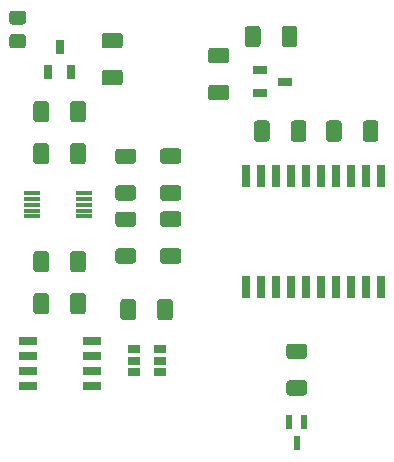
<source format=gbr>
%TF.GenerationSoftware,KiCad,Pcbnew,(5.1.9)-1*%
%TF.CreationDate,2021-08-30T10:52:12+01:00*%
%TF.ProjectId,projecto1,70726f6a-6563-4746-9f31-2e6b69636164,1.5*%
%TF.SameCoordinates,Original*%
%TF.FileFunction,Paste,Bot*%
%TF.FilePolarity,Positive*%
%FSLAX46Y46*%
G04 Gerber Fmt 4.6, Leading zero omitted, Abs format (unit mm)*
G04 Created by KiCad (PCBNEW (5.1.9)-1) date 2021-08-30 10:52:12*
%MOMM*%
%LPD*%
G01*
G04 APERTURE LIST*
%ADD10R,1.060000X0.650000*%
%ADD11R,0.500000X1.290000*%
%ADD12R,1.400000X0.300000*%
%ADD13R,0.650000X1.250000*%
%ADD14R,1.500000X0.650000*%
%ADD15R,1.250000X0.650000*%
%ADD16R,0.650000X1.925000*%
G04 APERTURE END LIST*
%TO.C,R6*%
G36*
G01*
X31946001Y-37091000D02*
X31045999Y-37091000D01*
G75*
G02*
X30796000Y-36841001I0J249999D01*
G01*
X30796000Y-36140999D01*
G75*
G02*
X31045999Y-35891000I249999J0D01*
G01*
X31946001Y-35891000D01*
G75*
G02*
X32196000Y-36140999I0J-249999D01*
G01*
X32196000Y-36841001D01*
G75*
G02*
X31946001Y-37091000I-249999J0D01*
G01*
G37*
G36*
G01*
X31946001Y-39091000D02*
X31045999Y-39091000D01*
G75*
G02*
X30796000Y-38841001I0J249999D01*
G01*
X30796000Y-38140999D01*
G75*
G02*
X31045999Y-37891000I249999J0D01*
G01*
X31946001Y-37891000D01*
G75*
G02*
X32196000Y-38140999I0J-249999D01*
G01*
X32196000Y-38841001D01*
G75*
G02*
X31946001Y-39091000I-249999J0D01*
G01*
G37*
%TD*%
D10*
%TO.C,U2*%
X43518000Y-65532000D03*
X43518000Y-66482000D03*
X43518000Y-64582000D03*
X41318000Y-64582000D03*
X41318000Y-65532000D03*
X41318000Y-66482000D03*
%TD*%
D11*
%TO.C,U1*%
X55118000Y-72538000D03*
X55768000Y-70718000D03*
X54468000Y-70718000D03*
%TD*%
%TO.C,R3*%
G36*
G01*
X40014999Y-50684000D02*
X41265001Y-50684000D01*
G75*
G02*
X41515000Y-50933999I0J-249999D01*
G01*
X41515000Y-51734001D01*
G75*
G02*
X41265001Y-51984000I-249999J0D01*
G01*
X40014999Y-51984000D01*
G75*
G02*
X39765000Y-51734001I0J249999D01*
G01*
X39765000Y-50933999D01*
G75*
G02*
X40014999Y-50684000I249999J0D01*
G01*
G37*
G36*
G01*
X40014999Y-47584000D02*
X41265001Y-47584000D01*
G75*
G02*
X41515000Y-47833999I0J-249999D01*
G01*
X41515000Y-48634001D01*
G75*
G02*
X41265001Y-48884000I-249999J0D01*
G01*
X40014999Y-48884000D01*
G75*
G02*
X39765000Y-48634001I0J249999D01*
G01*
X39765000Y-47833999D01*
G75*
G02*
X40014999Y-47584000I249999J0D01*
G01*
G37*
%TD*%
%TO.C,R2*%
G36*
G01*
X40014999Y-56018000D02*
X41265001Y-56018000D01*
G75*
G02*
X41515000Y-56267999I0J-249999D01*
G01*
X41515000Y-57068001D01*
G75*
G02*
X41265001Y-57318000I-249999J0D01*
G01*
X40014999Y-57318000D01*
G75*
G02*
X39765000Y-57068001I0J249999D01*
G01*
X39765000Y-56267999D01*
G75*
G02*
X40014999Y-56018000I249999J0D01*
G01*
G37*
G36*
G01*
X40014999Y-52918000D02*
X41265001Y-52918000D01*
G75*
G02*
X41515000Y-53167999I0J-249999D01*
G01*
X41515000Y-53968001D01*
G75*
G02*
X41265001Y-54218000I-249999J0D01*
G01*
X40014999Y-54218000D01*
G75*
G02*
X39765000Y-53968001I0J249999D01*
G01*
X39765000Y-53167999D01*
G75*
G02*
X40014999Y-52918000I249999J0D01*
G01*
G37*
%TD*%
%TO.C,R1*%
G36*
G01*
X55743001Y-65394000D02*
X54492999Y-65394000D01*
G75*
G02*
X54243000Y-65144001I0J249999D01*
G01*
X54243000Y-64343999D01*
G75*
G02*
X54492999Y-64094000I249999J0D01*
G01*
X55743001Y-64094000D01*
G75*
G02*
X55993000Y-64343999I0J-249999D01*
G01*
X55993000Y-65144001D01*
G75*
G02*
X55743001Y-65394000I-249999J0D01*
G01*
G37*
G36*
G01*
X55743001Y-68494000D02*
X54492999Y-68494000D01*
G75*
G02*
X54243000Y-68244001I0J249999D01*
G01*
X54243000Y-67443999D01*
G75*
G02*
X54492999Y-67194000I249999J0D01*
G01*
X55743001Y-67194000D01*
G75*
G02*
X55993000Y-67443999I0J-249999D01*
G01*
X55993000Y-68244001D01*
G75*
G02*
X55743001Y-68494000I-249999J0D01*
G01*
G37*
%TD*%
D12*
%TO.C,IC5*%
X32725000Y-51324000D03*
X32725000Y-51824000D03*
X32725000Y-52324000D03*
X32725000Y-52824000D03*
X32725000Y-53324000D03*
X37125000Y-53324000D03*
X37125000Y-52824000D03*
X37125000Y-52324000D03*
X37125000Y-51824000D03*
X37125000Y-51324000D03*
%TD*%
D13*
%TO.C,IC4*%
X35052000Y-38955000D03*
X34102000Y-41055000D03*
X36002000Y-41055000D03*
%TD*%
D14*
%TO.C,IC3*%
X32352000Y-63881000D03*
X32352000Y-65151000D03*
X32352000Y-66421000D03*
X32352000Y-67691000D03*
X37752000Y-67691000D03*
X37752000Y-66421000D03*
X37752000Y-65151000D03*
X37752000Y-63881000D03*
%TD*%
D15*
%TO.C,IC2*%
X54102000Y-41910000D03*
X52002000Y-40960000D03*
X52002000Y-42860000D03*
%TD*%
D16*
%TO.C,IC1*%
X62230000Y-49898000D03*
X60960000Y-49898000D03*
X59690000Y-49898000D03*
X58420000Y-49898000D03*
X57150000Y-49898000D03*
X55880000Y-49898000D03*
X54610000Y-49898000D03*
X53340000Y-49898000D03*
X52070000Y-49898000D03*
X50800000Y-49898000D03*
X50800000Y-59322000D03*
X52070000Y-59322000D03*
X53340000Y-59322000D03*
X54610000Y-59322000D03*
X55880000Y-59322000D03*
X57150000Y-59322000D03*
X58420000Y-59322000D03*
X59690000Y-59322000D03*
X60960000Y-59322000D03*
X62230000Y-59322000D03*
%TD*%
%TO.C,C12*%
G36*
G01*
X35952000Y-48656002D02*
X35952000Y-47355998D01*
G75*
G02*
X36201998Y-47106000I249998J0D01*
G01*
X37027002Y-47106000D01*
G75*
G02*
X37277000Y-47355998I0J-249998D01*
G01*
X37277000Y-48656002D01*
G75*
G02*
X37027002Y-48906000I-249998J0D01*
G01*
X36201998Y-48906000D01*
G75*
G02*
X35952000Y-48656002I0J249998D01*
G01*
G37*
G36*
G01*
X32827000Y-48656002D02*
X32827000Y-47355998D01*
G75*
G02*
X33076998Y-47106000I249998J0D01*
G01*
X33902002Y-47106000D01*
G75*
G02*
X34152000Y-47355998I0J-249998D01*
G01*
X34152000Y-48656002D01*
G75*
G02*
X33902002Y-48906000I-249998J0D01*
G01*
X33076998Y-48906000D01*
G75*
G02*
X32827000Y-48656002I0J249998D01*
G01*
G37*
%TD*%
%TO.C,C11*%
G36*
G01*
X38846998Y-40905000D02*
X40147002Y-40905000D01*
G75*
G02*
X40397000Y-41154998I0J-249998D01*
G01*
X40397000Y-41980002D01*
G75*
G02*
X40147002Y-42230000I-249998J0D01*
G01*
X38846998Y-42230000D01*
G75*
G02*
X38597000Y-41980002I0J249998D01*
G01*
X38597000Y-41154998D01*
G75*
G02*
X38846998Y-40905000I249998J0D01*
G01*
G37*
G36*
G01*
X38846998Y-37780000D02*
X40147002Y-37780000D01*
G75*
G02*
X40397000Y-38029998I0J-249998D01*
G01*
X40397000Y-38855002D01*
G75*
G02*
X40147002Y-39105000I-249998J0D01*
G01*
X38846998Y-39105000D01*
G75*
G02*
X38597000Y-38855002I0J249998D01*
G01*
X38597000Y-38029998D01*
G75*
G02*
X38846998Y-37780000I249998J0D01*
G01*
G37*
%TD*%
%TO.C,C10*%
G36*
G01*
X45100002Y-48884000D02*
X43799998Y-48884000D01*
G75*
G02*
X43550000Y-48634002I0J249998D01*
G01*
X43550000Y-47808998D01*
G75*
G02*
X43799998Y-47559000I249998J0D01*
G01*
X45100002Y-47559000D01*
G75*
G02*
X45350000Y-47808998I0J-249998D01*
G01*
X45350000Y-48634002D01*
G75*
G02*
X45100002Y-48884000I-249998J0D01*
G01*
G37*
G36*
G01*
X45100002Y-52009000D02*
X43799998Y-52009000D01*
G75*
G02*
X43550000Y-51759002I0J249998D01*
G01*
X43550000Y-50933998D01*
G75*
G02*
X43799998Y-50684000I249998J0D01*
G01*
X45100002Y-50684000D01*
G75*
G02*
X45350000Y-50933998I0J-249998D01*
G01*
X45350000Y-51759002D01*
G75*
G02*
X45100002Y-52009000I-249998J0D01*
G01*
G37*
%TD*%
%TO.C,C9*%
G36*
G01*
X35952000Y-45100002D02*
X35952000Y-43799998D01*
G75*
G02*
X36201998Y-43550000I249998J0D01*
G01*
X37027002Y-43550000D01*
G75*
G02*
X37277000Y-43799998I0J-249998D01*
G01*
X37277000Y-45100002D01*
G75*
G02*
X37027002Y-45350000I-249998J0D01*
G01*
X36201998Y-45350000D01*
G75*
G02*
X35952000Y-45100002I0J249998D01*
G01*
G37*
G36*
G01*
X32827000Y-45100002D02*
X32827000Y-43799998D01*
G75*
G02*
X33076998Y-43550000I249998J0D01*
G01*
X33902002Y-43550000D01*
G75*
G02*
X34152000Y-43799998I0J-249998D01*
G01*
X34152000Y-45100002D01*
G75*
G02*
X33902002Y-45350000I-249998J0D01*
G01*
X33076998Y-45350000D01*
G75*
G02*
X32827000Y-45100002I0J249998D01*
G01*
G37*
%TD*%
%TO.C,C8*%
G36*
G01*
X43799998Y-56018000D02*
X45100002Y-56018000D01*
G75*
G02*
X45350000Y-56267998I0J-249998D01*
G01*
X45350000Y-57093002D01*
G75*
G02*
X45100002Y-57343000I-249998J0D01*
G01*
X43799998Y-57343000D01*
G75*
G02*
X43550000Y-57093002I0J249998D01*
G01*
X43550000Y-56267998D01*
G75*
G02*
X43799998Y-56018000I249998J0D01*
G01*
G37*
G36*
G01*
X43799998Y-52893000D02*
X45100002Y-52893000D01*
G75*
G02*
X45350000Y-53142998I0J-249998D01*
G01*
X45350000Y-53968002D01*
G75*
G02*
X45100002Y-54218000I-249998J0D01*
G01*
X43799998Y-54218000D01*
G75*
G02*
X43550000Y-53968002I0J249998D01*
G01*
X43550000Y-53142998D01*
G75*
G02*
X43799998Y-52893000I249998J0D01*
G01*
G37*
%TD*%
%TO.C,C7*%
G36*
G01*
X60717000Y-46751002D02*
X60717000Y-45450998D01*
G75*
G02*
X60966998Y-45201000I249998J0D01*
G01*
X61792002Y-45201000D01*
G75*
G02*
X62042000Y-45450998I0J-249998D01*
G01*
X62042000Y-46751002D01*
G75*
G02*
X61792002Y-47001000I-249998J0D01*
G01*
X60966998Y-47001000D01*
G75*
G02*
X60717000Y-46751002I0J249998D01*
G01*
G37*
G36*
G01*
X57592000Y-46751002D02*
X57592000Y-45450998D01*
G75*
G02*
X57841998Y-45201000I249998J0D01*
G01*
X58667002Y-45201000D01*
G75*
G02*
X58917000Y-45450998I0J-249998D01*
G01*
X58917000Y-46751002D01*
G75*
G02*
X58667002Y-47001000I-249998J0D01*
G01*
X57841998Y-47001000D01*
G75*
G02*
X57592000Y-46751002I0J249998D01*
G01*
G37*
%TD*%
%TO.C,C6*%
G36*
G01*
X35952000Y-61356002D02*
X35952000Y-60055998D01*
G75*
G02*
X36201998Y-59806000I249998J0D01*
G01*
X37027002Y-59806000D01*
G75*
G02*
X37277000Y-60055998I0J-249998D01*
G01*
X37277000Y-61356002D01*
G75*
G02*
X37027002Y-61606000I-249998J0D01*
G01*
X36201998Y-61606000D01*
G75*
G02*
X35952000Y-61356002I0J249998D01*
G01*
G37*
G36*
G01*
X32827000Y-61356002D02*
X32827000Y-60055998D01*
G75*
G02*
X33076998Y-59806000I249998J0D01*
G01*
X33902002Y-59806000D01*
G75*
G02*
X34152000Y-60055998I0J-249998D01*
G01*
X34152000Y-61356002D01*
G75*
G02*
X33902002Y-61606000I-249998J0D01*
G01*
X33076998Y-61606000D01*
G75*
G02*
X32827000Y-61356002I0J249998D01*
G01*
G37*
%TD*%
%TO.C,C5*%
G36*
G01*
X54621000Y-46751002D02*
X54621000Y-45450998D01*
G75*
G02*
X54870998Y-45201000I249998J0D01*
G01*
X55696002Y-45201000D01*
G75*
G02*
X55946000Y-45450998I0J-249998D01*
G01*
X55946000Y-46751002D01*
G75*
G02*
X55696002Y-47001000I-249998J0D01*
G01*
X54870998Y-47001000D01*
G75*
G02*
X54621000Y-46751002I0J249998D01*
G01*
G37*
G36*
G01*
X51496000Y-46751002D02*
X51496000Y-45450998D01*
G75*
G02*
X51745998Y-45201000I249998J0D01*
G01*
X52571002Y-45201000D01*
G75*
G02*
X52821000Y-45450998I0J-249998D01*
G01*
X52821000Y-46751002D01*
G75*
G02*
X52571002Y-47001000I-249998J0D01*
G01*
X51745998Y-47001000D01*
G75*
G02*
X51496000Y-46751002I0J249998D01*
G01*
G37*
%TD*%
%TO.C,C4*%
G36*
G01*
X52059000Y-37449998D02*
X52059000Y-38750002D01*
G75*
G02*
X51809002Y-39000000I-249998J0D01*
G01*
X50983998Y-39000000D01*
G75*
G02*
X50734000Y-38750002I0J249998D01*
G01*
X50734000Y-37449998D01*
G75*
G02*
X50983998Y-37200000I249998J0D01*
G01*
X51809002Y-37200000D01*
G75*
G02*
X52059000Y-37449998I0J-249998D01*
G01*
G37*
G36*
G01*
X55184000Y-37449998D02*
X55184000Y-38750002D01*
G75*
G02*
X54934002Y-39000000I-249998J0D01*
G01*
X54108998Y-39000000D01*
G75*
G02*
X53859000Y-38750002I0J249998D01*
G01*
X53859000Y-37449998D01*
G75*
G02*
X54108998Y-37200000I249998J0D01*
G01*
X54934002Y-37200000D01*
G75*
G02*
X55184000Y-37449998I0J-249998D01*
G01*
G37*
%TD*%
%TO.C,C3*%
G36*
G01*
X47863998Y-39050000D02*
X49164002Y-39050000D01*
G75*
G02*
X49414000Y-39299998I0J-249998D01*
G01*
X49414000Y-40125002D01*
G75*
G02*
X49164002Y-40375000I-249998J0D01*
G01*
X47863998Y-40375000D01*
G75*
G02*
X47614000Y-40125002I0J249998D01*
G01*
X47614000Y-39299998D01*
G75*
G02*
X47863998Y-39050000I249998J0D01*
G01*
G37*
G36*
G01*
X47863998Y-42175000D02*
X49164002Y-42175000D01*
G75*
G02*
X49414000Y-42424998I0J-249998D01*
G01*
X49414000Y-43250002D01*
G75*
G02*
X49164002Y-43500000I-249998J0D01*
G01*
X47863998Y-43500000D01*
G75*
G02*
X47614000Y-43250002I0J249998D01*
G01*
X47614000Y-42424998D01*
G75*
G02*
X47863998Y-42175000I249998J0D01*
G01*
G37*
%TD*%
%TO.C,C2*%
G36*
G01*
X35952000Y-57800002D02*
X35952000Y-56499998D01*
G75*
G02*
X36201998Y-56250000I249998J0D01*
G01*
X37027002Y-56250000D01*
G75*
G02*
X37277000Y-56499998I0J-249998D01*
G01*
X37277000Y-57800002D01*
G75*
G02*
X37027002Y-58050000I-249998J0D01*
G01*
X36201998Y-58050000D01*
G75*
G02*
X35952000Y-57800002I0J249998D01*
G01*
G37*
G36*
G01*
X32827000Y-57800002D02*
X32827000Y-56499998D01*
G75*
G02*
X33076998Y-56250000I249998J0D01*
G01*
X33902002Y-56250000D01*
G75*
G02*
X34152000Y-56499998I0J-249998D01*
G01*
X34152000Y-57800002D01*
G75*
G02*
X33902002Y-58050000I-249998J0D01*
G01*
X33076998Y-58050000D01*
G75*
G02*
X32827000Y-57800002I0J249998D01*
G01*
G37*
%TD*%
%TO.C,C1*%
G36*
G01*
X43318000Y-61864002D02*
X43318000Y-60563998D01*
G75*
G02*
X43567998Y-60314000I249998J0D01*
G01*
X44393002Y-60314000D01*
G75*
G02*
X44643000Y-60563998I0J-249998D01*
G01*
X44643000Y-61864002D01*
G75*
G02*
X44393002Y-62114000I-249998J0D01*
G01*
X43567998Y-62114000D01*
G75*
G02*
X43318000Y-61864002I0J249998D01*
G01*
G37*
G36*
G01*
X40193000Y-61864002D02*
X40193000Y-60563998D01*
G75*
G02*
X40442998Y-60314000I249998J0D01*
G01*
X41268002Y-60314000D01*
G75*
G02*
X41518000Y-60563998I0J-249998D01*
G01*
X41518000Y-61864002D01*
G75*
G02*
X41268002Y-62114000I-249998J0D01*
G01*
X40442998Y-62114000D01*
G75*
G02*
X40193000Y-61864002I0J249998D01*
G01*
G37*
%TD*%
M02*

</source>
